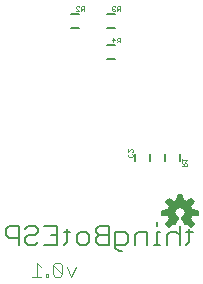
<source format=gbo>
G75*
%MOIN*%
%OFA0B0*%
%FSLAX25Y25*%
%IPPOS*%
%LPD*%
%AMOC8*
5,1,8,0,0,1.08239X$1,22.5*
%
%ADD10C,0.00600*%
%ADD11C,0.00400*%
%ADD12C,0.00100*%
%ADD13C,0.00591*%
D10*
X0014520Y0020603D02*
X0015588Y0019535D01*
X0018791Y0019535D01*
X0018791Y0017400D02*
X0018791Y0023805D01*
X0015588Y0023805D01*
X0014520Y0022738D01*
X0014520Y0020603D01*
X0020966Y0019535D02*
X0020966Y0018468D01*
X0022033Y0017400D01*
X0024168Y0017400D01*
X0025236Y0018468D01*
X0024168Y0020603D02*
X0022033Y0020603D01*
X0020966Y0019535D01*
X0020966Y0022738D02*
X0022033Y0023805D01*
X0024168Y0023805D01*
X0025236Y0022738D01*
X0025236Y0021670D01*
X0024168Y0020603D01*
X0027411Y0023805D02*
X0031682Y0023805D01*
X0031682Y0017400D01*
X0027411Y0017400D01*
X0029546Y0020603D02*
X0031682Y0020603D01*
X0033843Y0021670D02*
X0035979Y0021670D01*
X0034911Y0022738D02*
X0034911Y0018468D01*
X0033843Y0017400D01*
X0038154Y0018468D02*
X0038154Y0020603D01*
X0039221Y0021670D01*
X0041356Y0021670D01*
X0042424Y0020603D01*
X0042424Y0018468D01*
X0041356Y0017400D01*
X0039221Y0017400D01*
X0038154Y0018468D01*
X0044599Y0018468D02*
X0045667Y0017400D01*
X0048870Y0017400D01*
X0048870Y0023805D01*
X0045667Y0023805D01*
X0044599Y0022738D01*
X0044599Y0021670D01*
X0045667Y0020603D01*
X0048870Y0020603D01*
X0051045Y0021670D02*
X0054247Y0021670D01*
X0055315Y0020603D01*
X0055315Y0018468D01*
X0054247Y0017400D01*
X0051045Y0017400D01*
X0051045Y0016332D02*
X0051045Y0021670D01*
X0051045Y0016332D02*
X0052112Y0015265D01*
X0053180Y0015265D01*
X0057490Y0017400D02*
X0057490Y0020603D01*
X0058558Y0021670D01*
X0061761Y0021670D01*
X0061761Y0017400D01*
X0063922Y0017400D02*
X0066058Y0017400D01*
X0064990Y0017400D02*
X0064990Y0021670D01*
X0066058Y0021670D01*
X0064990Y0023805D02*
X0064990Y0024873D01*
X0068233Y0020603D02*
X0068233Y0017400D01*
X0068233Y0020603D02*
X0069300Y0021670D01*
X0071435Y0021670D01*
X0072503Y0020603D01*
X0074665Y0021670D02*
X0076800Y0021670D01*
X0075732Y0022738D02*
X0075732Y0018468D01*
X0074665Y0017400D01*
X0072503Y0017400D02*
X0072503Y0023805D01*
X0072462Y0045419D02*
X0072462Y0047781D01*
X0067738Y0047781D02*
X0067738Y0045419D01*
X0062462Y0045419D02*
X0062462Y0047781D01*
X0057738Y0047781D02*
X0057738Y0045419D01*
X0045667Y0020603D02*
X0044599Y0019535D01*
X0044599Y0018468D01*
X0048419Y0079238D02*
X0050781Y0079238D01*
X0050781Y0083962D02*
X0048419Y0083962D01*
X0048419Y0089738D02*
X0050781Y0089738D01*
X0050781Y0094462D02*
X0048419Y0094462D01*
X0038781Y0094462D02*
X0036419Y0094462D01*
X0036419Y0089738D02*
X0038781Y0089738D01*
D11*
X0032529Y0011404D02*
X0030994Y0011404D01*
X0030227Y0010637D01*
X0033296Y0007567D01*
X0032529Y0006800D01*
X0030994Y0006800D01*
X0030227Y0007567D01*
X0030227Y0010637D01*
X0028692Y0007567D02*
X0027925Y0007567D01*
X0027925Y0006800D01*
X0028692Y0006800D01*
X0028692Y0007567D01*
X0026390Y0006800D02*
X0023321Y0006800D01*
X0024856Y0006800D02*
X0024856Y0011404D01*
X0026390Y0009869D01*
X0032529Y0011404D02*
X0033296Y0010637D01*
X0033296Y0007567D01*
X0034831Y0009869D02*
X0036365Y0006800D01*
X0037900Y0009869D01*
D12*
X0055550Y0046703D02*
X0055300Y0046954D01*
X0055300Y0047454D01*
X0055550Y0047704D01*
X0055300Y0048177D02*
X0056301Y0049178D01*
X0056551Y0049178D01*
X0056801Y0048927D01*
X0056801Y0048427D01*
X0056551Y0048177D01*
X0056551Y0047704D02*
X0056801Y0047454D01*
X0056801Y0046954D01*
X0056551Y0046703D01*
X0055550Y0046703D01*
X0055300Y0048177D02*
X0055300Y0049178D01*
X0073400Y0046124D02*
X0073400Y0045123D01*
X0073400Y0044651D02*
X0073900Y0044150D01*
X0073900Y0044401D02*
X0073900Y0043650D01*
X0073400Y0043650D02*
X0074901Y0043650D01*
X0074901Y0044401D01*
X0074651Y0044651D01*
X0074151Y0044651D01*
X0073900Y0044401D01*
X0074401Y0045123D02*
X0074901Y0045624D01*
X0073400Y0045624D01*
X0052550Y0084900D02*
X0052550Y0086401D01*
X0051799Y0086401D01*
X0051549Y0086151D01*
X0051549Y0085651D01*
X0051799Y0085400D01*
X0052550Y0085400D01*
X0052050Y0085400D02*
X0051549Y0084900D01*
X0051077Y0085651D02*
X0050076Y0085651D01*
X0050326Y0086401D02*
X0051077Y0085651D01*
X0050326Y0086401D02*
X0050326Y0084900D01*
X0050326Y0095400D02*
X0050827Y0095400D01*
X0051077Y0095650D01*
X0051549Y0095400D02*
X0052050Y0095900D01*
X0051799Y0095900D02*
X0052550Y0095900D01*
X0052550Y0095400D02*
X0052550Y0096901D01*
X0051799Y0096901D01*
X0051549Y0096651D01*
X0051549Y0096151D01*
X0051799Y0095900D01*
X0051077Y0096651D02*
X0050827Y0096901D01*
X0050326Y0096901D01*
X0050076Y0096651D01*
X0050076Y0096401D01*
X0050326Y0096151D01*
X0050076Y0095900D01*
X0050076Y0095650D01*
X0050326Y0095400D01*
X0050326Y0096151D02*
X0050576Y0096151D01*
X0040550Y0095900D02*
X0039799Y0095900D01*
X0039549Y0096151D01*
X0039549Y0096651D01*
X0039799Y0096901D01*
X0040550Y0096901D01*
X0040550Y0095400D01*
X0040050Y0095900D02*
X0039549Y0095400D01*
X0039077Y0095400D02*
X0038076Y0096401D01*
X0038076Y0096651D01*
X0038326Y0096901D01*
X0038827Y0096901D01*
X0039077Y0096651D01*
X0039077Y0095400D02*
X0038076Y0095400D01*
D13*
X0071880Y0033961D02*
X0073320Y0033961D01*
X0073513Y0032056D01*
X0074154Y0031851D01*
X0074752Y0031543D01*
X0076236Y0032754D01*
X0077254Y0031736D01*
X0076043Y0030252D01*
X0076351Y0029654D01*
X0076556Y0029013D01*
X0078461Y0028820D01*
X0078461Y0027380D01*
X0076556Y0027187D01*
X0076351Y0026546D01*
X0076043Y0025948D01*
X0077254Y0024464D01*
X0076236Y0023446D01*
X0074752Y0024657D01*
X0074154Y0024349D01*
X0073306Y0026395D01*
X0073685Y0026607D01*
X0074003Y0026901D01*
X0074245Y0027262D01*
X0074395Y0027669D01*
X0074446Y0028100D01*
X0074393Y0028539D01*
X0074237Y0028952D01*
X0073988Y0029317D01*
X0073659Y0029611D01*
X0073269Y0029820D01*
X0072841Y0029929D01*
X0072399Y0029934D01*
X0071969Y0029834D01*
X0071575Y0029634D01*
X0071240Y0029346D01*
X0070982Y0028987D01*
X0070818Y0028577D01*
X0070755Y0028140D01*
X0070799Y0027700D01*
X0070945Y0027284D01*
X0071186Y0026914D01*
X0071509Y0026612D01*
X0071894Y0026395D01*
X0071046Y0024349D01*
X0070448Y0024657D01*
X0068964Y0023446D01*
X0067946Y0024464D01*
X0069157Y0025948D01*
X0068849Y0026546D01*
X0068644Y0027187D01*
X0066739Y0027380D01*
X0066739Y0028820D01*
X0068644Y0029013D01*
X0068849Y0029654D01*
X0069157Y0030252D01*
X0067946Y0031736D01*
X0068964Y0032754D01*
X0070448Y0031543D01*
X0071046Y0031851D01*
X0071687Y0032056D01*
X0071880Y0033961D01*
X0071865Y0033809D02*
X0073335Y0033809D01*
X0073395Y0033220D02*
X0071805Y0033220D01*
X0071745Y0032631D02*
X0073455Y0032631D01*
X0073557Y0032042D02*
X0071643Y0032042D01*
X0069837Y0032042D02*
X0068253Y0032042D01*
X0068177Y0031453D02*
X0077023Y0031453D01*
X0076947Y0032042D02*
X0075363Y0032042D01*
X0076086Y0032631D02*
X0076358Y0032631D01*
X0076543Y0030864D02*
X0068657Y0030864D01*
X0069138Y0030275D02*
X0076062Y0030275D01*
X0076335Y0029686D02*
X0073519Y0029686D01*
X0074138Y0029097D02*
X0076530Y0029097D01*
X0078461Y0028508D02*
X0074396Y0028508D01*
X0074424Y0027919D02*
X0078461Y0027919D01*
X0077963Y0027330D02*
X0074269Y0027330D01*
X0073830Y0026741D02*
X0076413Y0026741D01*
X0076148Y0026152D02*
X0073407Y0026152D01*
X0073651Y0025562D02*
X0076358Y0025562D01*
X0076838Y0024973D02*
X0073895Y0024973D01*
X0074139Y0024384D02*
X0074223Y0024384D01*
X0075086Y0024384D02*
X0077174Y0024384D01*
X0076585Y0023795D02*
X0075808Y0023795D01*
X0071549Y0025562D02*
X0068842Y0025562D01*
X0069052Y0026152D02*
X0071793Y0026152D01*
X0071371Y0026741D02*
X0068787Y0026741D01*
X0067237Y0027330D02*
X0070929Y0027330D01*
X0070777Y0027919D02*
X0066739Y0027919D01*
X0066739Y0028508D02*
X0070808Y0028508D01*
X0071061Y0029097D02*
X0068670Y0029097D01*
X0068865Y0029686D02*
X0071678Y0029686D01*
X0069114Y0032631D02*
X0068842Y0032631D01*
X0068362Y0024973D02*
X0071305Y0024973D01*
X0071061Y0024384D02*
X0070977Y0024384D01*
X0070114Y0024384D02*
X0068026Y0024384D01*
X0068615Y0023795D02*
X0069392Y0023795D01*
M02*

</source>
